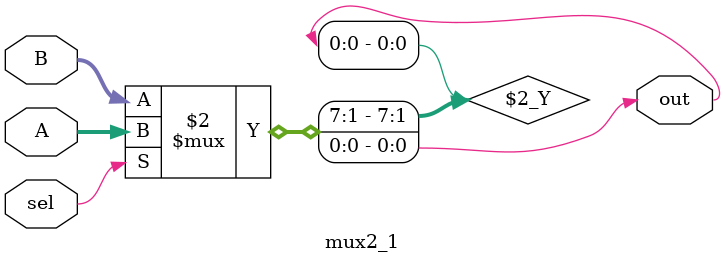
<source format=v>
module mux2_1
#(parameter N = 8)
(
	input wire [N-1:0] A,
	input wire [N-1:0] B,
	input wire sel,
	output wire out
);
assign out = (sel==1) ? A : B;
endmodule
</source>
